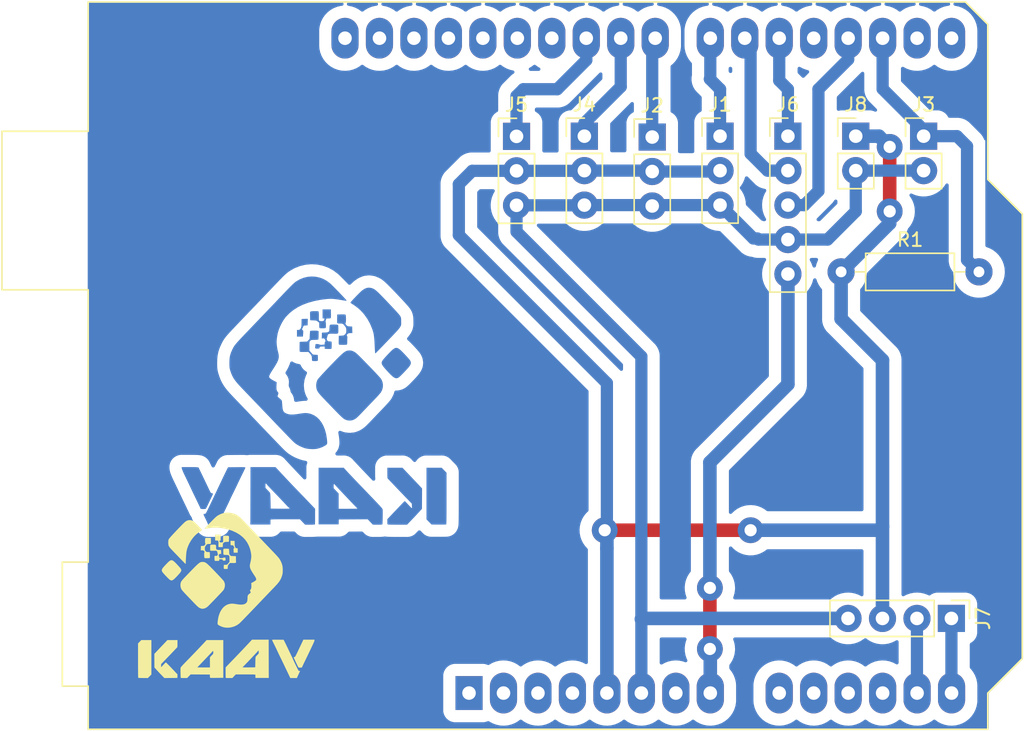
<source format=kicad_pcb>
(kicad_pcb (version 20211014) (generator pcbnew)
  (layers (0 "F.Cu" signal) (31 "B.Cu" signal) (34 "B.Paste" user) (35 "F.Paste" user) (36 "B.SilkS" user "B.Silkscreen") (37 "F.SilkS" user "F.Silkscreen") (38 "B.Mask" user) (39 "F.Mask" user) (44 "Edge.Cuts" user))
  (net 0 "")
  (net 5 "+5V")
  (net 6 "+5VD")
  (net 11 "SDA")
  (net 12 "SCL")
  (net 15 "D2")
  (net 16 "D3")
  (net 17 "D7")
  (net 18 "D8")
  (net 19 "D9")
  (net 20 "D10")
  (net 21 "D11")
  (net 27 "GND")
  (net 28 "D5")
  (net 29 "D6")
  (footprint "Connector_PinHeader_2.54mm:PinHeader_1x03_P2.54mm_Vertical" (layer "F.Cu") (at 133.1 84.585)
    (fp_text reference "J5" (at 0 -2.33) (layer "F.SilkS"))
    (fp_text value "Servo B")
    (pad "1" thru_hole rect (at 0 0) (size 2 2) (drill 1) (layers *.Cu *.Mask) (net 20 "D10"))
    (pad "2" thru_hole circle (at 0 2.54) (size 2 2) (drill 1) (layers *.Cu *.Mask) (net 5 "+5V"))
    (pad "3" thru_hole circle (at 0 5.08) (size 2 2) (drill 1) (layers *.Cu *.Mask) (net 27 "GND"))
  )
  (footprint "LOGO_KAV.id:LOGO_KAAV3" (layer "F.Cu") (at 118.35 103.61)
    (fp_text reference "G***" hide)
    (fp_text value "LOGO" hide)
    (fp_poly (pts (xy 0.45734 -5.617082) (xy 0.533564 -5.609732) (xy 0.583827 -5.602581) (xy 0.603687 -5.586499) (xy 0.596226 -5.550313) (xy 0.567105 -5.488088) (xy 0.54268 -5.443077) (xy 0.516515 -5.418549) (xy 0.474589 -5.408315) (xy 0.402884 -5.406186) (xy 0.381588 -5.40619) (xy 0.290186 -5.411389) (xy 0.226147 -5.425317) (xy 0.2062 -5.436684) (xy 0.19231 -5.466013) (xy 0.184254 -5.524141) (xy 0.181579 -5.61716) (xy 0.183553 -5.741389) (xy 0.184627 -5.861809) (xy 0.181301 -5.967019) (xy 0.174153 -6.045557) (xy 0.166544 -6.080286) (xy 0.141881 -6.144783) (xy -0.123931 -6.144783) (xy -0.270738 -6.141748) (xy -0.371715 -6.132664) (xy -0.426536 -6.117562) (xy -0.430148 -6.115237) (xy -0.446817 -6.097687) (xy -0.457811 -6.068556) (xy -0.463951 -6.019737) (xy -0.466057 -5.943122) (xy -0.464948 -5.830605) (xy -0.463947 -5.781027) (xy -0.457341 -5.476361) (xy -0.222209 -5.464635) (xy -0.113884 -5.458459) (xy -0.040035 -5.450546) (xy 0.011735 -5.437411) (xy 0.053823 -5.415569) (xy 0.098627 -5.381537) (xy 0.111578 -5.370821) (xy 0.210234 -5.288735) (xy 0.210657 -5.097753) (xy 0.212739 -4.998365) (xy 0.219549 -4.936754) (xy 0.232736 -4.903892) (xy 0.248178 -4.892536) (xy 0.290398 -4.885849) (xy 0.364086 -4.882142) (xy 0.453899 -4.881344) (xy 0.5445 -4.883384) (xy 0.620546 -4.88819) (xy 0.662557 -4.894468) (xy 0.683006 -4.906296) (xy 0.695408 -4.93496) (xy 0.701636 -4.989903) (xy 0.703565 -5.080572) (xy 0.703601 -5.1013) (xy 0.701226 -5.199526) (xy 0.694926 -5.285239) (xy 0.685931 -5.343194) (xy 0.683352 -5.351704) (xy 0.677923 -5.415413) (xy 0.704187 -5.501781) (xy 0.705844 -5.505678) (xy 0.748584 -5.605355) (xy 0.884403 -5.605714) (xy 0.963687 -5.609041) (xy 1.025744 -5.617245) (xy 1.050247 -5.625126) (xy 1.063032 -5.646382) (xy 1.071117 -5.694625) (xy 1.07491 -5.775638) (xy 1.074815 -5.895204) (xy 1.0737 -5.958978) (xy 1.067128 -6.273776) (xy 0.45734 -6.273776)) (layer "B.Cu") (width 0) (fill solid))
    (fp_poly (pts (xy 3.71748 -7.85849) (xy 3.553147 -7.793261) (xy 3.38433 -7.682526) (xy 3.369753 -7.671082) (xy 3.313041 -7.6221) (xy 3.236195 -7.550161) (xy 3.144496 -7.460763) (xy 3.043226 -7.359407) (xy 2.937663 -7.251593) (xy 2.833091 -7.142821) (xy 2.734787 -7.038592) (xy 2.648035 -6.944406) (xy 2.578113 -6.865762) (xy 2.530302 -6.808161) (xy 2.509884 -6.777104) (xy 2.50951 -6.775074) (xy 2.527754 -6.752229) (xy 2.574319 -6.715946) (xy 2.609187 -6.692904) (xy 2.853527 -6.531435) (xy 3.063063 -6.372255) (xy 3.248455 -6.206115) (xy 3.420366 -6.02377) (xy 3.524186 -5.899361) (xy 3.759036 -5.570662) (xy 3.954005 -5.219843) (xy 4.110797 -4.843585) (xy 4.184562 -4.613619) (xy 4.209829 -4.513701) (xy 4.231537 -4.399078) (xy 4.250231 -4.264379) (xy 4.266454 -4.104235) (xy 4.280752 -3.913276) (xy 4.293668 -3.686135) (xy 4.305711 -3.418328) (xy 4.312019 -3.288536) (xy 4.319411 -3.17683) (xy 4.327221 -3.090876) (xy 4.334779 -3.038342) (xy 4.339922 -3.025484) (xy 4.360063 -3.041775) (xy 4.408551 -3.087943) (xy 4.481344 -3.159933) (xy 4.574405 -3.253692) (xy 4.683692 -3.365164) (xy 4.805167 -3.490294) (xy 4.870351 -3.557897) (xy 5.113365 -3.810272) (xy 5.326178 -4.031171) (xy 5.510783 -4.22323) (xy 5.669174 -4.389086) (xy 5.803345 -4.531376) (xy 5.915289 -4.652737) (xy 6.006999 -4.755806) (xy 6.08047 -4.84322) (xy 6.137694 -4.917616) (xy 6.180666 -4.981631) (xy 6.211378 -5.037902) (xy 6.231825 -5.089066) (xy 6.244 -5.137759) (xy 6.249896 -5.186619) (xy 6.251507 -5.238283) (xy 6.250827 -5.295387) (xy 6.249849 -5.360569) (xy 6.249796 -5.382548) (xy 6.248516 -5.506043) (xy 6.242924 -5.59537) (xy 6.231283 -5.663195) (xy 6.211854 -5.722188) (xy 6.199195 -5.751208) (xy 6.167238 -5.803) (xy 6.106399 -5.881878) (xy 6.015692 -5.988976) (xy 5.89413 -6.125431) (xy 5.740729 -6.292375) (xy 5.57768 -6.466399) (xy 5.348601 -6.708722) (xy 5.14878 -6.918962) (xy 4.975716 -7.099556) (xy 4.826911 -7.252942) (xy 4.699861 -7.381554) (xy 4.592067 -7.487832) (xy 4.501028 -7.57421) (xy 4.424243 -7.643125) (xy 4.359212 -7.697015) (xy 4.303433 -7.738316) (xy 4.254406 -7.769465) (xy 4.222914 -7.786459) (xy 4.048429 -7.854557) (xy 3.881262 -7.878744)) (layer "B.Cu") (width 0) (fill solid))
    (fp_poly (pts (xy 1.150525 -5.156209) (xy 1.068528 -5.150255) (xy 1.016988 -5.140826) (xy 1.009647 -5.137496) (xy 0.991334 -5.110029) (xy 0.978147 -5.05051) (xy 0.969024 -4.952971) (xy 0.965788 -4.891187) (xy 0.9604 -4.786159) (xy 0.95338 -4.717369) (xy 0.941821 -4.674164) (xy 0.922816 -4.645893) (xy 0.893458 -4.621904) (xy 0.892011 -4.620871) (xy 0.845636 -4.59642) (xy 0.781918 -4.580735) (xy 0.689398 -4.571616) (xy 0.619249 -4.568509) (xy 0.410434 -4.56168) (xy 0.403653 -4.341964) (xy 0.396873 -4.122247) (xy 0.458418 -4.137694) (xy 0.535949 -4.144287) (xy 0.593343 -4.115045) (xy 0.63996 -4.044743) (xy 0.645228 -4.0334) (xy 0.670059 -3.973169) (xy 0.674253 -3.937318) (xy 0.658237 -3.908316) (xy 0.648553 -3.897222) (xy 0.622004 -3.844891) (xy 0.609865 -3.775586) (xy 0.609787 -3.770149) (xy 0.609787 -3.685912) (xy 0.455853 -3.669427) (xy 0.355261 -3.662768) (xy 0.281261 -3.669729) (xy 0.215052 -3.692116) (xy 0.213797 -3.69268) (xy 0.125626 -3.718603) (xy 0.035325 -3.725028) (xy 0.03352 -3.724888) (xy -0.058634 -3.717359) (xy -0.078843 -3.582789) (xy -0.090938 -3.484151) (xy -0.086864 -3.423097) (xy -0.060237 -3.391337) (xy -0.00467 -3.380579) (xy 0.075774 -3.382021) (xy 0.156031 -3.387025) (xy 0.20114 -3.396154) (xy 0.222833 -3.415123) (xy 0.232843 -3.449647) (xy 0.234552 -3.459372) (xy 0.242268 -3.494875) (xy 0.25732 -3.516253) (xy 0.290123 -3.527689) (xy 0.351093 -3.533365) (xy 0.426714 -3.536555) (xy 0.606841 -3.543379) (xy 0.614177 -3.454468) (xy 0.621514 -3.365558) (xy 0.860032 -3.358895) (xy 0.96097 -3.357907) (xy 1.043268 -3.360547) (xy 1.096423 -3.366279) (xy 1.110598 -3.371725) (xy 1.118041 -3.406288) (xy 1.123747 -3.474781) (xy 1.127542 -3.564469) (xy 1.129253 -3.662615) (xy 1.128707 -3.756487) (xy 1.12573 -3.833348) (xy 1.12015 -3.880464) (xy 1.117621 -3.887456) (xy 1.083188 -3.905529) (xy 1.014259 -3.915513) (xy 0.974247 -3.916712) (xy 0.899829 -3.918967) (xy 0.855438 -3.93115) (xy 0.824228 -3.961388) (xy 0.79909 -4.001226) (xy 0.767675 -4.065386) (xy 0.762922 -4.117627) (xy 0.773307 -4.159536) (xy 0.794924 -4.231851) (xy 0.817596 -4.316319) (xy 0.821651 -4.332611) (xy 0.840521 -4.392832) (xy 0.867895 -4.435393) (xy 0.911204 -4.462986) (xy 0.977879 -4.478305) (xy 1.075352 -4.484043) (xy 1.211052 -4.482893) (xy 1.2347 -4.482305) (xy 1.377 -4.478238) (xy 1.479064 -4.478406) (xy 1.547539 -4.488466) (xy 1.589075 -4.514076) (xy 1.610319 -4.560892) (xy 1.617919 -4.634572) (xy 1.618525 -4.740772) (xy 1.618282 -4.808696) (xy 1.617701 -4.933862) (xy 1.615208 -5.02024) (xy 1.609676 -5.075943) (xy 1.59998 -5.109082) (xy 1.584992 -5.127771) (xy 1.572917 -5.135462) (xy 1.529111 -5.146194) (xy 1.45227 -5.153681) (xy 1.355094 -5.157876) (xy 1.250279 -5.158734)) (layer "B.Cu") (width 0) (fill solid))
    (fp_poly (pts (xy 2.374658 -3.245247) (xy 2.313025 -3.238107) (xy 2.252098 -3.223779) (xy 2.189233 -3.200066) (xy 2.121782 -3.164768) (xy 2.047102 -3.115685) (xy 1.962545 -3.050617) (xy 1.865466 -2.967366) (xy 1.75322 -2.863732) (xy 1.623161 -2.737515) (xy 1.472643 -2.586515) (xy 1.29902 -2.408535) (xy 1.099647 -2.201373) (xy 0.871879 -1.962831) (xy 0.786217 -1.87284) (xy 0.596412 -1.672217) (xy 0.438391 -1.502679) (xy 0.310528 -1.362388) (xy 0.211197 -1.249503) (xy 0.138773 -1.162185) (xy 0.091629 -1.098595) (xy 0.071084 -1.063699) (xy 0.007614 -0.881496) (xy -0.018138 -0.69136) (xy -0.005686 -0.516632) (xy 0.010325 -0.437955) (xy 0.029163 -0.367564) (xy 0.054078 -0.30095) (xy 0.088319 -0.233609) (xy 0.135139 -0.161032) (xy 0.197786 -0.078713) (xy 0.279512 0.017855) (xy 0.383566 0.133178) (xy 0.513198 0.271763) (xy 0.67166 0.438118) (xy 0.71709 0.485543) (xy 0.948078 0.726291) (xy 1.14926 0.935401) (xy 1.323099 1.115279) (xy 1.472058 1.26833) (xy 1.598599 1.39696) (xy 1.705185 1.503573) (xy 1.79428 1.590575) (xy 1.868347 1.660372) (xy 1.929847 1.71537) (xy 1.981245 1.757973) (xy 2.025003 1.790587) (xy 2.063584 1.815617) (xy 2.099076 1.835277) (xy 2.268261 1.898262) (xy 2.444861 1.921046) (xy 2.618033 1.90305) (xy 2.724775 1.868723) (xy 2.788451 1.839948) (xy 2.847648 1.807796) (xy 2.907349 1.767958) (xy 2.972539 1.716125) (xy 3.048202 1.647987) (xy 3.139322 1.559235) (xy 3.250884 1.44556) (xy 3.387873 1.302652) (xy 3.426575 1.261959) (xy 3.559731 1.122173) (xy 3.714365 0.960438) (xy 3.879265 0.788441) (xy 4.043219 0.617874) (xy 4.195013 0.460426) (xy 4.2428 0.410989) (xy 4.364206 0.283808) (xy 4.479395 0.159999) (xy 4.582793 0.045794) (xy 4.668828 -0.052572) (xy 4.731927 -0.128866) (xy 4.762305 -0.170063) (xy 4.850729 -0.346106) (xy 4.898764 -0.535163) (xy 4.906435 -0.72883) (xy 4.873768 -0.918705) (xy 4.800791 -1.096383) (xy 4.759203 -1.163786) (xy 4.720945 -1.212132) (xy 4.652341 -1.29071) (xy 4.556196 -1.396564) (xy 4.435317 -1.526739) (xy 4.292508 -1.678282) (xy 4.130575 -1.848238) (xy 3.952323 -2.033652) (xy 3.760557 -2.23157) (xy 3.558083 -2.439037) (xy 3.347705 -2.653099) (xy 3.279016 -2.722668) (xy 3.15178 -2.850204) (xy 3.050315 -2.948637) (xy 2.968453 -3.023213) (xy 2.900023 -3.079181) (xy 2.838857 -3.121788) (xy 2.778785 -3.156282) (xy 2.755105 -3.168282) (xy 2.657178 -3.21268) (xy 2.577643 -3.237008) (xy 2.495432 -3.24655) (xy 2.439643 -3.247401)) (layer "B.Cu") (width 0) (fill solid))
    (fp_poly (pts (xy -0.861082 -5.576898) (xy -1.090582 -5.570175) (xy -1.092385 -5.288735) (xy -1.09467 -5.15813) (xy -1.10057 -5.062855) (xy -1.111582 -4.99138) (xy -1.129198 -4.932178) (xy -1.14287 -4.899277) (xy -1.185104 -4.821368) (xy -1.232517 -4.779226) (xy -1.300238 -4.762778) (xy -1.350487 -4.761034) (xy -1.430656 -4.761034) (xy -1.430656 -4.268513) (xy -0.991092 -4.268513) (xy -0.974154 -4.485037) (xy -0.966881 -4.587444) (xy -0.965355 -4.653429) (xy -0.970901 -4.693269) (xy -0.984847 -4.717239) (xy -1.006309 -4.734158) (xy -1.041852 -4.767681) (xy -1.051385 -4.810413) (xy -1.034237 -4.871858) (xy -0.990358 -4.960387) (xy -0.926409 -5.077654) (xy -0.785688 -5.089381) (xy -0.644968 -5.101108) (xy -0.631582 -5.58362)) (layer "B.Cu") (width 0) (fill solid))
    (fp_poly (pts (xy -5.754905 5.351832) (xy -5.869206 5.352855) (xy -6.508311 5.359096) (xy -6.615088 5.570176) (xy -6.673495 5.687455) (xy -6.749442 5.842889) (xy -6.840805 6.032045) (xy -6.945461 6.250493) (xy -7.061287 6.493799) (xy -7.18616 6.757533) (xy -7.317368 7.036012) (xy -7.45817 7.335128) (xy -7.588619 7.611386) (xy -7.707466 7.862176) (xy -7.813466 8.084889) (xy -7.90537 8.276917) (xy -7.981933 8.43565) (xy -8.041907 8.55848) (xy -8.084045 8.642797) (xy -8.099038 8.67157) (xy -8.138946 8.741102) (xy -8.17103 8.778159) (xy -8.20732 8.792763) (xy -8.247202 8.795014) (xy -8.283379 8.796021) (xy -8.306334 8.80301) (xy -8.314843 8.821937) (xy -8.307683 8.858755) (xy -8.283628 8.919419) (xy -8.241455 9.009885) (xy -8.179939 9.136106) (xy -8.175004 9.146175) (xy -8.122317 9.255289) (xy -8.073373 9.359533) (xy -8.03431 9.445669) (xy -8.014258 9.492752) (xy -7.974526 9.592429) (xy -7.628399 9.59207) (xy -7.504333 9.590825) (xy -7.396246 9.587641) (xy -7.313168 9.582946) (xy -7.264125 9.577165) (xy -7.255791 9.57448) (xy -7.241893 9.551477) (xy -7.210313 9.491459) (xy -7.163632 9.399717) (xy -7.104429 9.281544) (xy -7.035281 9.142229) (xy -6.958768 8.987064) (xy -6.87747 8.821341) (xy -6.793964 8.65035) (xy -6.710831 8.479384) (xy -6.630648 8.313732) (xy -6.555994 8.158686) (xy -6.48945 8.019538) (xy -6.433593 7.901579) (xy -6.391003 7.810099) (xy -6.364258 7.750391) (xy -6.355864 7.72809) (xy -6.345898 7.704879) (xy -6.318047 7.646033) (xy -6.275381 7.557878) (xy -6.22097 7.446746) (xy -6.157883 7.318964) (xy -6.13711 7.277094) (xy -6.06232 7.125531) (xy -5.98634 6.969828) (xy -5.914745 6.821528) (xy -5.853108 6.692177) (xy -5.807379 6.594142) (xy -5.762299 6.497585) (xy -5.701388 6.369927) (xy -5.629876 6.221978) (xy -5.552992 6.064549) (xy -5.475967 5.908449) (xy -5.463251 5.882856) (xy -5.395576 5.745328) (xy -5.335619 5.620697) (xy -5.286399 5.515464) (xy -5.250934 5.436133) (xy -5.232239 5.389207) (xy -5.230102 5.38035) (xy -5.235942 5.370231) (xy -5.25671 5.362476) (xy -5.297275 5.356876) (xy -5.362507 5.353221) (xy -5.457277 5.351302) (xy -5.586453 5.350908)) (layer "B.Cu") (width 0) (fill solid))
    (fp_poly (pts (xy -0.219102 -4.709246) (xy -0.315871 -4.706078) (xy -0.395577 -4.700317) (xy -0.446271 -4.692093) (xy -0.456938 -4.687168) (xy -0.463472 -4.65957) (xy -0.470974 -4.594622) (xy -0.478542 -4.501845) (xy -0.485277 -4.390759) (xy -0.485638 -4.383661) (xy -0.500187 -4.094305) (xy -0.588389 -3.999645) (xy -0.676592 -3.904986) (xy -1.231302 -3.881532) (xy -1.237816 -3.531555) (xy -1.238927 -3.376767) (xy -1.235908 -3.26064) (xy -1.228894 -3.185972) (xy -1.219365 -3.156612) (xy -1.184276 -3.145809) (xy -1.107447 -3.138684) (xy -0.993923 -3.135557) (xy -0.892415 -3.135958) (xy -0.590431 -3.140268) (xy -0.482508 -3.02489) (xy -0.406164 -2.9364) (xy -0.359712 -2.859466) (xy -0.336175 -2.776645) (xy -0.328575 -2.670495) (xy -0.328348 -2.639486) (xy -0.325311 -2.551901) (xy -0.314745 -2.501341) (xy -0.294465 -2.478232) (xy -0.291249 -2.476839) (xy -0.243587 -2.468119) (xy -0.168443 -2.463808) (xy -0.081556 -2.463671) (xy 0.001338 -2.467473) (xy 0.064502 -2.474978) (xy 0.088919 -2.482536) (xy 0.104436 -2.508796) (xy 0.112453 -2.566958) (xy 0.113602 -2.663168) (xy 0.112373 -2.710847) (xy 0.10554 -2.919944) (xy -0.073813 -2.931671) (xy -0.253165 -2.943397) (xy -0.38457 -3.090868) (xy -0.515975 -3.238338) (xy -0.515975 -3.567602) (xy -0.51572 -3.697861) (xy -0.51401 -3.789866) (xy -0.509427 -3.852273) (xy -0.500554 -3.893734) (xy -0.485973 -3.922904) (xy -0.464267 -3.948436) (xy -0.451471 -3.961371) (xy -0.420687 -3.989799) (xy -0.389442 -4.008508) (xy -0.347336 -4.019697) (xy -0.283973 -4.025563) (xy -0.188952 -4.028304) (xy -0.130863 -4.029131) (xy -0.001417 -4.032967) (xy 0.085251 -4.040926) (xy 0.13313 -4.053492) (xy 0.144348 -4.0625) (xy 0.151755 -4.096592) (xy 0.157886 -4.167332) (xy 0.162114 -4.264467) (xy 0.16381 -4.377743) (xy 0.163814 -4.380497) (xy 0.164173 -4.668381) (xy 0.099676 -4.693326) (xy 0.05412 -4.701859) (xy -0.022159 -4.707268) (xy -0.117216 -4.709686)) (layer "B.Cu") (width 0) (fill solid))
    (fp_poly (pts (xy -9.915224 5.447046) (xy -9.900433 5.503707) (xy -9.866615 5.59502) (xy -9.816611 5.714138) (xy -9.753261 5.854215) (xy -9.698713 5.968883) (xy -9.618013 6.135901) (xy -9.527701 6.323988) (xy -9.436119 6.515701) (xy -9.351608 6.693594) (xy -9.306207 6.789751) (xy -9.231777 6.94729) (xy -9.149756 7.119889) (xy -9.06788 7.291333) (xy -8.993882 7.445408) (xy -8.959375 7.516806) (xy -8.88837 7.663543) (xy -8.809527 7.826928) (xy -8.731987 7.987991) (xy -8.664892 8.127766) (xy -8.659023 8.140021) (xy -8.517857 8.434889) (xy -8.342979 8.439403) (xy -8.230671 8.437886) (xy -8.163254 8.426279) (xy -8.143816 8.414249) (xy -8.125218 8.382993) (xy -8.091155 8.317978) (xy -8.046053 8.227925) (xy -7.994339 8.121556) (xy -7.979933 8.091413) (xy -7.916055 7.957615) (xy -7.84715 7.813857) (xy -7.781775 7.677964) (xy -7.73134 7.573637) (xy -7.675271 7.455273) (xy -7.64061 7.372198) (xy -7.626713 7.3183) (xy -7.632936 7.287468) (xy -7.658636 7.273591) (xy -7.699397 7.270545) (xy -7.725897 7.26959) (xy -7.748371 7.263092) (xy -7.770379 7.245603) (xy -7.795481 7.211676) (xy -7.827239 7.155862) (xy -7.869214 7.072715) (xy -7.924966 6.956785) (xy -7.979159 6.842521) (xy -8.058266 6.675869) (xy -8.142048 6.500047) (xy -8.227961 6.320332) (xy -8.313463 6.141996) (xy -8.39601 5.970315) (xy -8.473059 5.810563) (xy -8.542068 5.668015) (xy -8.600494 5.547944) (xy -8.645794 5.455626) (xy -8.675424 5.396334) (xy -8.685949 5.376526) (xy -8.703792 5.367104) (xy -8.747025 5.359761) (xy -8.819721 5.354309) (xy -8.925953 5.350559) (xy -9.069791 5.348323) (xy -9.255309 5.347412) (xy -9.315423 5.347369) (xy -9.926876 5.347369)) (layer "B.Cu") (width 0) (fill solid))
    (fp_poly (pts (xy 0.164173 9.568976) (xy 1.639762 9.568976) (xy 1.653462 9.205448) (xy 3.781908 9.19324) (xy 3.973147 9.392834) (xy 4.164386 9.592429) (xy 4.510352 9.592429) (xy 4.655743 9.591262) (xy 4.75916 9.587492) (xy 4.825481 9.580719) (xy 4.859589 9.57054) (xy 4.866469 9.563112) (xy 4.871267 9.527113) (xy 4.875876 9.452846) (xy 4.880141 9.348952) (xy 4.883906 9.224069) (xy 4.887019 9.086836) (xy 4.889323 8.945895) (xy 4.890665 8.809882) (xy 4.89089 8.687439) (xy 4.889844 8.587205) (xy 4.887371 8.517818) (xy 4.885535 8.497272) (xy 4.883392 8.480021) (xy 4.880676 8.463938) (xy 4.875466 8.446912) (xy 4.865838 8.426833) (xy 4.852671 8.406016) (xy 3.025484 8.406016) (xy 3.002995 8.409487) (xy 2.93938 8.412636) (xy 2.840421 8.415348) (xy 2.711899 8.417509) (xy 2.559594 8.419003) (xy 2.389289 8.419716) (xy 2.33361 8.41976) (xy 1.641735 8.41976) (xy 1.641735 7.295259) (xy 1.45704 7.099179) (xy 1.272345 6.9031) (xy 1.272345 6.746749) (xy 1.276151 6.653515) (xy 1.287238 6.601822) (xy 1.29873 6.591893) (xy 1.326719 6.609542) (xy 1.37261 6.653847) (xy 1.41634 6.703296) (xy 1.452535 6.744362) (xy 1.516855 6.814663) (xy 1.604938 6.909599) (xy 1.712424 7.024569) (xy 1.834953 7.154971) (xy 1.968163 7.296206) (xy 2.107692 7.443672) (xy 2.249182 7.592767) (xy 2.38827 7.738892) (xy 2.520595 7.877444) (xy 2.641798 8.003823) (xy 2.747516 8.113429) (xy 2.833389 8.201659) (xy 2.895057 8.263914) (xy 2.902354 8.271125) (xy 2.962024 8.331566) (xy 3.005768 8.37918) (xy 3.025185 8.404761) (xy 3.025484 8.406016) (xy 4.852671 8.406016) (xy 4.849872 8.401591) (xy 4.825643 8.369076) (xy 4.791231 8.327179) (xy 4.744713 8.273789) (xy 4.684166 8.206797) (xy 4.607669 8.124091) (xy 4.513299 8.023564) (xy 4.399133 7.903103) (xy 4.26325 7.760601) (xy 4.103727 7.593945) (xy 3.918642 7.401028) (xy 3.706072 7.179737) (xy 3.464096 6.927965) (xy 3.305279 6.762728) (xy 3.140608 6.591131) (xy 2.975619 6.418721) (xy 2.815369 6.250813) (xy 2.664915 6.092725) (xy 2.529312 5.949773) (xy 2.413617 5.827275) (xy 2.322886 5.730546) (xy 2.288276 5.693306) (xy 2.011699 5.394276) (xy 0.164173 5.394276)) (layer "B.Cu") (width 0) (fill solid))
    (fp_poly (pts (xy 5.230101 5.780343) (xy 5.230617 5.925732) (xy 5.232652 6.031569) (xy 5.236932 6.105202) (xy 5.244188 6.15398) (xy 5.255145 6.185249) (xy 5.270534 6.20636) (xy 5.272518 6.208367) (xy 5.29945 6.236073) (xy 5.35395 6.292987) (xy 5.431369 6.374226) (xy 5.52706 6.474904) (xy 5.636374 6.590136) (xy 5.754663 6.715037) (xy 5.758783 6.719391) (xy 5.906209 6.874655) (xy 6.071454 7.047779) (xy 6.243257 7.227025) (xy 6.410358 7.400655) (xy 6.561496 7.556931) (xy 6.619321 7.616434) (xy 7.036011 8.04441) (xy 7.036331 8.155862) (xy 7.039637 8.235709) (xy 7.047566 8.304287) (xy 7.051412 8.322449) (xy 7.056139 8.360772) (xy 7.040848 8.369532) (xy 7.003587 8.347264) (xy 6.942405 8.292502) (xy 6.855351 8.20378) (xy 6.767267 8.109003) (xy 6.684141 8.019687) (xy 6.611351 7.944283) (xy 6.55504 7.888942) (xy 6.521354 7.859816) (xy 6.515467 7.85688) (xy 6.485936 7.872247) (xy 6.443828 7.909329) (xy 6.442747 7.910445) (xy 6.393979 7.961227) (xy 6.318831 8.039802) (xy 6.222921 8.140269) (xy 6.111865 8.256731) (xy 5.991277 8.383289) (xy 5.866775 8.514042) (xy 5.743975 8.643093) (xy 5.628492 8.764543) (xy 5.525942 8.872492) (xy 5.441941 8.961042) (xy 5.382106 9.024294) (xy 5.364127 9.043395) (xy 5.230101 9.186236) (xy 5.230101 9.375096) (xy 5.231986 9.473823) (xy 5.238747 9.534842) (xy 5.252045 9.567244) (xy 5.267199 9.578193) (xy 5.299394 9.581816) (xy 5.37228 9.585099) (xy 5.47964 9.58792) (xy 5.615259 9.590158) (xy 5.772921 9.591691) (xy 5.946411 9.592396) (xy 5.993387 9.592429) (xy 6.682477 9.592429) (xy 6.960833 9.305125) (xy 7.082327 9.178559) (xy 7.220066 9.033195) (xy 7.35892 8.885107) (xy 7.483758 8.750368) (xy 7.509928 8.721829) (xy 7.780667 8.425836) (xy 7.784853 7.673551) (xy 7.78904 6.921267) (xy 7.606016 6.724409) (xy 7.543944 6.65807) (xy 7.455152 6.563766) (xy 7.345294 6.447476) (xy 7.220028 6.315176) (xy 7.085008 6.172842) (xy 6.945891 6.026452) (xy 6.883564 5.960955) (xy 6.344136 5.394359) (xy 5.787119 5.394317) (xy 5.230101 5.394276)) (layer "B.Cu") (width 0) (fill solid))
    (fp_poly (pts (xy 1.826065 -5.905128) (xy 1.536195 -5.898522) (xy 1.529623 -5.583724) (xy 1.528002 -5.446057) (xy 1.530096 -5.349397) (xy 1.536311 -5.28796) (xy 1.547053 -5.255964) (xy 1.553076 -5.249873) (xy 1.589971 -5.240597) (xy 1.659624 -5.23371) (xy 1.747902 -5.230533) (xy 1.760478 -5.23046) (xy 1.848941 -5.228302) (xy 1.914514 -5.217906) (xy 1.967578 -5.192761) (xy 2.018512 -5.146357) (xy 2.0777 -5.072184) (xy 2.131264 -4.997912) (xy 2.169439 -4.939795) (xy 2.191369 -4.88859) (xy 2.201359 -4.827556) (xy 2.203713 -4.739954) (xy 2.20364 -4.716471) (xy 2.201781 -4.623681) (xy 2.19426 -4.562234) (xy 2.176292 -4.516573) (xy 2.14309 -4.471144) (xy 2.11995 -4.444413) (xy 2.077226 -4.398073) (xy 2.040416 -4.369497) (xy 1.995861 -4.353437) (xy 1.929905 -4.344644) (xy 1.845349 -4.338873) (xy 1.653462 -4.327146) (xy 1.64689 -4.012348) (xy 1.645269 -3.874681) (xy 1.647363 -3.778021) (xy 1.653578 -3.716585) (xy 1.66432 -3.684588) (xy 1.670343 -3.678497) (xy 1.704333 -3.671454) (xy 1.773157 -3.666319) (xy 1.864778 -3.663168) (xy 1.96716 -3.662078) (xy 2.068265 -3.663126) (xy 2.156056 -3.666389) (xy 2.218496 -3.671945) (xy 2.233933 -3.674892) (xy 2.252222 -3.684946) (xy 2.264181 -3.70922) (xy 2.2711 -3.756045) (xy 2.274267 -3.833749) (xy 2.274976 -3.939967) (xy 2.276134 -4.047297) (xy 2.279263 -4.139047) (xy 2.283852 -4.203906) (xy 2.288052 -4.228391) (xy 2.283548 -4.270159) (xy 2.262995 -4.300597) (xy 2.23726 -4.354211) (xy 2.255084 -4.415491) (xy 2.314706 -4.478981) (xy 2.370725 -4.509822) (xy 2.446724 -4.524202) (xy 2.513494 -4.5265) (xy 2.651871 -4.5265) (xy 2.645187 -4.766897) (xy 2.638504 -5.007294) (xy 2.46099 -5.019021) (xy 2.368837 -5.026472) (xy 2.309151 -5.03756) (xy 2.267532 -5.057821) (xy 2.229578 -5.09279) (xy 2.208867 -5.11593) (xy 2.152161 -5.193989) (xy 2.135341 -5.252399) (xy 2.15771 -5.288735) (xy 2.169797 -5.318957) (xy 2.177825 -5.384513) (xy 2.181969 -5.474023) (xy 2.182402 -5.576107) (xy 2.1793 -5.679382) (xy 2.172839 -5.77247) (xy 2.163192 -5.843988) (xy 2.150536 -5.882556) (xy 2.148549 -5.884666) (xy 2.106089 -5.897865) (xy 2.01766 -5.905016) (xy 1.883026 -5.906134)) (layer "B.Cu") (width 0) (fill solid))
    (fp_poly (pts (xy -4.859246 7.399539) (xy -4.85992 7.707092) (xy -4.860595 8.002134) (xy -4.861262 8.281165) (xy -4.861912 8.540688) (xy -4.862534 8.777203) (xy -4.863119 8.987211) (xy -4.863657 9.167214) (xy -4.864138 9.313713) (xy -4.864553 9.423208) (xy -4.864892 9.492202) (xy -4.865109 9.516205) (xy -4.866575 9.580702) (xy -3.389012 9.580702) (xy -3.384568 9.416529) (xy -3.382145 9.330164) (xy -3.380043 9.260786) (xy -3.378715 9.223251) (xy -3.378704 9.223038) (xy -3.368949 9.215884) (xy -3.338238 9.209912) (xy -3.283279 9.205033) (xy -3.200777 9.201158) (xy -3.087439 9.198198) (xy -2.93997 9.196064) (xy -2.755076 9.194667) (xy -2.529463 9.193917) (xy -2.295242 9.193722) (xy -1.213198 9.193722) (xy -1.02219 9.393075) (xy -0.831182 9.592429) (xy -0.478134 9.592429) (xy -0.353918 9.591441) (xy -0.246708 9.588718) (xy -0.165082 9.584625) (xy -0.117616 9.579526) (xy -0.10945 9.576793) (xy -0.105113 9.54993) (xy -0.101238 9.482751) (xy -0.098001 9.381847) (xy -0.095576 9.25381) (xy -0.094139 9.105228) (xy -0.093814 8.988974) (xy -0.093814 8.41679) (xy -0.112279 8.397197) (xy -1.970084 8.397197) (xy -1.993265 8.404333) (xy -2.061782 8.409741) (xy -2.174095 8.413382) (xy -2.328663 8.41522) (xy -2.523946 8.415216) (xy -2.667821 8.414246) (xy -3.365559 8.408034) (xy -3.377286 7.842833) (xy -3.381738 7.655492) (xy -3.386645 7.509856) (xy -3.392399 7.400723) (xy -3.399394 7.322891) (xy -3.408021 7.27116) (xy -3.418673 7.240327) (xy -3.423304 7.233045) (xy -3.454501 7.196308) (xy -3.508523 7.13629) (xy -3.575761 7.063594) (xy -3.605067 7.032429) (xy -3.75254 6.876399) (xy -3.75254 6.70799) (xy -3.749905 6.627282) (xy -3.742951 6.570038) (xy -3.733108 6.547256) (xy -3.731689 6.5474) (xy -3.706415 6.568525) (xy -3.662659 6.615057) (xy -3.623433 6.660758) (xy -3.585227 6.704078) (xy -3.519186 6.775862) (xy -3.430177 6.870949) (xy -3.323069 6.984176) (xy -3.20273 7.110383) (xy -3.074029 7.244408) (xy -3.026179 7.293999) (xy -2.887106 7.438393) (xy -2.746969 7.58471) (xy -2.612299 7.726073) (xy -2.489628 7.855602) (xy -2.385487 7.966418) (xy -2.306407 8.051643) (xy -2.295978 8.063035) (xy -2.211312 8.154144) (xy -2.133569 8.234856) (xy -2.070242 8.297596) (xy -2.028825 8.334788) (xy -2.022854 8.339152) (xy -1.983586 8.372799) (xy -1.970084 8.397197) (xy -0.112279 8.397197) (xy -0.274766 8.224785) (xy -0.334059 8.162289) (xy -0.420759 8.071486) (xy -0.529669 7.957788) (xy -0.655592 7.826613) (xy -0.79333 7.683374) (xy -0.937687 7.533486) (xy -1.055567 7.411265) (xy -1.276429 7.182295) (xy -1.469721 6.981578) (xy -1.640564 6.803732) (xy -1.794081 6.643374) (xy -1.935394 6.495121) (xy -2.069624 6.35359) (xy -2.201895 6.213398) (xy -2.337327 6.069163) (xy -2.481043 5.915501) (xy -2.590092 5.798616) (xy -3.010746 5.347369) (xy -4.854848 5.347369)) (layer "B.Cu") (width 0) (fill solid))
    (fp_poly (pts (xy 8.114866 9.199959) (xy 8.301488 9.390331) (xy 8.48811 9.580702) (xy 9.010952 9.582987) (xy 9.164055 9.583214) (xy 9.30211 9.582578) (xy 9.417961 9.581181) (xy 9.504452 9.579123) (xy 9.554427 9.576507) (xy 9.563111 9.57517) (xy 9.568615 9.56427) (xy 9.573433 9.533923) (xy 9.577604 9.481595) (xy 9.581166 9.404752) (xy 9.584158 9.300864) (xy 9.58662 9.167396) (xy 9.58859 9.001815) (xy 9.590108 8.80159) (xy 9.591211 8.564188) (xy 9.591939 8.287074) (xy 9.59233 7.967718) (xy 9.592428 7.664605) (xy 9.592428 5.764143) (xy 9.412461 5.579209) (xy 9.232493 5.394276) (xy 8.114866 5.394276)) (layer "B.Cu") (width 0) (fill solid))
    (fp_poly (pts (xy -0.65168 -8.673709) (xy -0.940883 -8.604205) (xy -1.222383 -8.491611) (xy -1.465836 -8.353057) (xy -1.518694 -8.316549) (xy -1.574273 -8.274076) (xy -1.635823 -8.222474) (xy -1.706598 -8.15858) (xy -1.78985 -8.079231) (xy -1.888831 -7.981262) (xy -2.006794 -7.861512) (xy -2.14699 -7.716816) (xy -2.312673 -7.544012) (xy -2.502672 -7.344587) (xy -2.579666 -7.263619) (xy -2.653544 -7.185966) (xy -2.726659 -7.10917) (xy -2.801359 -7.030773) (xy -2.879995 -6.948316) (xy -2.964917 -6.859342) (xy -3.058476 -6.76139) (xy -3.163022 -6.652005) (xy -3.280905 -6.528726) (xy -3.414476 -6.389096) (xy -3.566084 -6.230657) (xy -3.738079 -6.05095) (xy -3.932813 -5.847516) (xy -4.152635 -5.617898) (xy -4.399895 -5.359638) (xy -4.676945 -5.070276) (xy -4.715091 -5.030434) (xy -4.951721 -4.783297) (xy -5.158319 -4.567336) (xy -5.337236 -4.379791) (xy -5.490824 -4.217906) (xy -5.621436 -4.078923) (xy -5.731424 -3.960083) (xy -5.82314 -3.858628) (xy -5.898935 -3.7718) (xy -5.961163 -3.696842) (xy -6.012174 -3.630995) (xy -6.054322 -3.571502) (xy -6.089958 -3.515604) (xy -6.121434 -3.460543) (xy -6.151102 -3.403561) (xy -6.181315 -3.341901) (xy -6.214425 -3.272804) (xy -6.214932 -3.271745) (xy -6.292662 -3.093927) (xy -6.34825 -2.925791) (xy -6.38456 -2.753616) (xy -6.40446 -2.563677) (xy -6.410815 -2.342251) (xy -6.410827 -2.33361) (xy -6.410097 -2.190246) (xy -6.406764 -2.081456) (xy -6.399436 -1.994922) (xy -6.386721 -1.918329) (xy -6.367224 -1.839359) (xy -6.347184 -1.770729) (xy -6.292904 -1.604785) (xy -6.23352 -1.453714) (xy -6.164992 -1.311477) (xy -6.083282 -1.172037) (xy -5.984351 -1.029354) (xy -5.864161 -0.877389) (xy -5.718674 -0.710105) (xy -5.543851 -0.521462) (xy -5.437049 -0.409855) (xy -5.345225 -0.314536) (xy -5.224803 -0.189269) (xy -5.079585 -0.038022) (xy -4.913375 0.135237) (xy -4.729977 0.326538) (xy -4.533194 0.531915) (xy -4.326829 0.747398) (xy -4.114687 0.969018) (xy -3.900571 1.192809) (xy -3.729086 1.372123) (xy -3.429815 1.685094) (xy -3.161115 1.965995) (xy -2.921168 2.216687) (xy -2.708156 2.439029) (xy -2.520262 2.634883) (xy -2.355666 2.806107) (xy -2.212552 2.954562) (xy -2.089101 3.082108) (xy -1.983495 3.190604) (xy -1.893917 3.281911) (xy -1.818548 3.357889) (xy -1.75557 3.420398) (xy -1.703166 3.471297) (xy -1.659517 3.512447) (xy -1.622806 3.545708) (xy -1.591214 3.572939) (xy -1.562923 3.596001) (xy -1.536116 3.616753) (xy -1.53245 3.619527) (xy -1.367373 3.727906) (xy -1.173967 3.828745) (xy -0.970791 3.913226) (xy -0.804071 3.965638) (xy -0.639221 3.998098) (xy -0.452883 4.017957) (xy -0.262393 4.024493) (xy -0.085086 4.016988) (xy 0.03518 4.000478) (xy 0.252626 3.943791) (xy 0.459993 3.863955) (xy 0.642851 3.767007) (xy 0.721191 3.713543) (xy 0.757375 3.680975) (xy 0.781753 3.641802) (xy 0.795102 3.588483) (xy 0.798198 3.513475) (xy 0.791818 3.409235) (xy 0.776738 3.268221) (xy 0.771517 3.224839) (xy 0.714685 2.891707) (xy 0.62967 2.585257) (xy 0.518102 2.307783) (xy 0.381611 2.061581) (xy 0.221824 1.848943) (xy 0.040373 1.672165) (xy -0.161114 1.53354) (xy -0.381008 1.435363) (xy -0.527701 1.395428) (xy -0.63693 1.37562) (xy -0.738968 1.365096) (xy -0.844618 1.364196) (xy -0.964683 1.373258) (xy -1.109965 1.392623) (xy -1.268839 1.418731) (xy -1.510067 1.455064) (xy -1.713229 1.473445) (xy -1.883562 1.473953) (xy -2.026303 1.456668) (xy -2.119766 1.431607) (xy -2.243978 1.382842) (xy -2.337799 1.328572) (xy -2.405973 1.261314) (xy -2.453248 1.173584) (xy -2.484369 1.057899) (xy -2.504082 0.906776) (xy -2.511227 0.814317) (xy -2.519978 0.694285) (xy -2.529254 0.587736) (xy -2.538031 0.505252) (xy -2.545282 0.457415) (xy -2.546181 0.453859) (xy -2.570575 0.415963) (xy -2.622414 0.36034) (xy -2.691671 0.297476) (xy -2.710978 0.281497) (xy -2.780329 0.222666) (xy -2.832756 0.17331) (xy -2.859563 0.141793) (xy -2.861312 0.136939) (xy -2.854482 0.103137) (xy -2.837033 0.041616) (xy -2.823604 -0.00093) (xy -2.802601 -0.069654) (xy -2.798583 -0.112274) (xy -2.813774 -0.147206) (xy -2.846156 -0.187829) (xy -2.895404 -0.25943) (xy -2.926986 -0.341234) (xy -2.942812 -0.443086) (xy -2.944791 -0.574833) (xy -2.940125 -0.672348) (xy -2.925014 -0.91081) (xy -3.112271 -1.004961) (xy -3.265947 -1.089558) (xy -3.380988 -1.168941) (xy -3.454421 -1.240943) (xy -3.471079 -1.266444) (xy -3.480154 -1.317398) (xy -3.46364 -1.391849) (xy -3.420311 -1.492473) (xy -3.348937 -1.621945) (xy -3.248292 -1.782941) (xy -3.201557 -1.85378) (xy -3.118226 -1.982057) (xy -3.03513 -2.116027) (xy -2.960038 -2.242762) (xy -2.900718 -2.349334) (xy -2.882427 -2.384869) (xy -2.807632 -2.563535) (xy -2.770625 -2.728757) (xy -2.770207 -2.89317) (xy -2.805176 -3.06941) (xy -2.81439 -3.10092) (xy -2.854687 -3.25902) (xy -2.889251 -3.442597) (xy -2.91502 -3.631379) (xy -2.928933 -3.805094) (xy -2.930507 -3.869806) (xy -2.924445 -4.002562) (xy -2.907434 -4.162747) (xy -2.881962 -4.332847) (xy -2.850514 -4.495348) (xy -2.828965 -4.585133) (xy -2.757019 -4.809944) (xy -2.659279 -5.045287) (xy -2.542672 -5.27764) (xy -2.414125 -5.493482) (xy -2.280565 -5.67929) (xy -2.248822 -5.717577) (xy -1.988615 -5.98675) (xy -1.694166 -6.225944) (xy -1.365045 -6.435353) (xy -1.00082 -6.615172) (xy -0.601061 -6.765595) (xy -0.165336 -6.886817) (xy 0.306785 -6.979034) (xy 0.644967 -7.024834) (xy 0.813931 -7.041726) (xy 0.965483 -7.050943) (xy 1.110257 -7.051954) (xy 1.258889 -7.044228) (xy 1.422013 -7.027233) (xy 1.610266 -7.00044) (xy 1.816928 -6.96631) (xy 1.947566 -6.944454) (xy 2.061341 -6.92663) (xy 2.150562 -6.913944) (xy 2.207537 -6.907502) (xy 2.22477 -6.907626) (xy 2.218065 -6.930306) (xy 2.189454 -6.975342) (xy 2.175336 -6.994329) (xy 2.135585 -7.041165) (xy 2.067901 -7.115735) (xy 1.977539 -7.212624) (xy 1.869752 -7.326417) (xy 1.749796 -7.451697) (xy 1.622924 -7.583051) (xy 1.494392 -7.715063) (xy 1.369453 -7.842319) (xy 1.253361 -7.959402) (xy 1.151373 -8.060898) (xy 1.06874 -8.141391) (xy 1.010719 -8.195467) (xy 1.004821 -8.200655) (xy 0.759578 -8.384134) (xy 0.496273 -8.526112) (xy 0.219201 -8.626323) (xy -0.067345 -8.684503) (xy -0.35907 -8.700387)) (layer "B.Cu") (width 0) (fill solid))
    (fp_poly (pts (xy 5.827959 -3.433565) (xy 5.734152 -3.392347) (xy 5.630046 -3.317419) (xy 5.509995 -3.208527) (xy 5.368354 -3.065419) (xy 5.24045 -2.931142) (xy 5.141117 -2.824309) (xy 5.047758 -2.720406) (xy 4.967567 -2.627699) (xy 4.907734 -2.554453) (xy 4.881424 -2.518595) (xy 4.838412 -2.444496) (xy 4.814397 -2.375085) (xy 4.811536 -2.305112) (xy 4.831985 -2.22933) (xy 4.877901 -2.14249) (xy 4.95144 -2.039345) (xy 5.054759 -1.914647) (xy 5.190015 -1.763147) (xy 5.193394 -1.759442) (xy 5.350988 -1.589672) (xy 5.483701 -1.454225) (xy 5.595512 -1.350445) (xy 5.690399 -1.275679) (xy 5.772344 -1.227272) (xy 5.845324 -1.202571) (xy 5.913321 -1.198921) (xy 5.980312 -1.213667) (xy 6.00047 -1.221146) (xy 6.034002 -1.236481) (xy 6.069019 -1.257797) (xy 6.110105 -1.289299) (xy 6.161844 -1.335198) (xy 6.22882 -1.399701) (xy 6.315617 -1.487016) (xy 6.426819 -1.601352) (xy 6.520543 -1.698581) (xy 6.66821 -1.855033) (xy 6.783284 -1.985097) (xy 6.868145 -2.093649) (xy 6.925169 -2.185564) (xy 6.956736 -2.265715) (xy 6.965224 -2.338978) (xy 6.95301 -2.410226) (xy 6.922475 -2.484336) (xy 6.91288 -2.502724) (xy 6.881323 -2.548233) (xy 6.822475 -2.620841) (xy 6.7419 -2.714167) (xy 6.645159 -2.821832) (xy 6.537815 -2.937453) (xy 6.49067 -2.987098) (xy 6.340102 -3.142838) (xy 6.213107 -3.266384) (xy 6.104041 -3.357482) (xy 6.007258 -3.41588) (xy 5.917112 -3.441325)) (layer "B.Cu") (width 0) (fill solid))
  )
  (footprint "Connector_PinHeader_2.54mm:PinHeader_1x03_P2.54mm_Vertical" (layer "F.Cu") (at 148.1 84.57)
    (fp_text reference "J1" (at 0 -2.33) (layer "F.SilkS"))
    (fp_text value "Proximity_1")
    (pad "1" thru_hole rect (at 0 0) (size 2 2) (drill 1) (layers *.Cu *.Mask) (net 17 "D7"))
    (pad "2" thru_hole circle (at 0 2.54) (size 2 2) (drill 1) (layers *.Cu *.Mask) (net 5 "+5V"))
    (pad "3" thru_hole circle (at 0 5.08) (size 2 2) (drill 1) (layers *.Cu *.Mask) (net 27 "GND"))
  )
  (footprint "Connector_PinHeader_2.54mm:PinHeader_1x02_P2.54mm_Vertical" (layer "F.Cu") (at 158.1 84.57)
    (fp_text reference "J8" (at 0 -2.33) (layer "F.SilkS"))
    (fp_text value "LED")
    (pad "1" thru_hole rect (at 0 0) (size 2 2) (drill 1) (layers *.Cu *.Mask) (net 5 "+5V"))
    (pad "2" thru_hole circle (at 0 2.54) (size 2 2) (drill 1) (layers *.Cu *.Mask) (net 27 "GND"))
  )
  (footprint "Resistor_THT:R_Axial_DIN0207_L6.3mm_D2.5mm_P10.16mm_Horizontal" (layer "F.Cu") (at 157.02 94.57)
    (fp_text reference "R1" (at 5.08 -2.37) (layer "F.SilkS"))
    (fp_text value "R" hide)
    (pad "1" thru_hole circle (at 0 0) (size 2 2) (drill 0.8) (layers *.Cu *.Mask) (net 5 "+5V"))
    (pad "2" thru_hole circle (at 10.16 0) (size 2 2) (drill 0.8) (layers *.Cu *.Mask) (net 15 "D2"))
  )
  (footprint "Module:Arduino_UNO_R3" (layer "F.Cu") (at 129.6 79.61)
    (fp_text reference "A1" hide)
    (fp_text value "Arduino_UNO_R3" hide)
    (pad "1" thru_hole rect (at 0 46 90) (size 2.5 2) (drill 1) (layers *.Cu *.Mask))
    (pad "2" thru_hole oval (at 2.54 46 90) (size 3 2) (drill 1) (layers *.Cu *.Mask))
    (pad "3" thru_hole oval (at 5.08 46 90) (size 3 2) (drill 1) (layers *.Cu *.Mask))
    (pad "4" thru_hole oval (at 7.62 46 90) (size 3 2) (drill 1) (layers *.Cu *.Mask))
    (pad "5" thru_hole oval (at 10.16 46 90) (size 3 2) (drill 1) (layers *.Cu *.Mask) (net 5 "+5V"))
    (pad "6" thru_hole oval (at 12.7 46 90) (size 3 2) (drill 1) (layers *.Cu *.Mask) (net 27 "GND"))
    (pad "7" thru_hole oval (at 15.24 46 90) (size 3 2) (drill 1) (layers *.Cu *.Mask))
    (pad "8" thru_hole oval (at 17.78 46 90) (size 3 2) (drill 1) (layers *.Cu *.Mask) (net 6 "+5VD"))
    (pad "9" thru_hole oval (at 22.86 46 90) (size 3 2) (drill 1) (layers *.Cu *.Mask))
    (pad "10" thru_hole oval (at 25.4 46 90) (size 3 2) (drill 1) (layers *.Cu *.Mask))
    (pad "11" thru_hole oval (at 27.94 46 90) (size 3 2) (drill 1) (layers *.Cu *.Mask))
    (pad "12" thru_hole oval (at 30.48 46 90) (size 3 2) (drill 1) (layers *.Cu *.Mask))
    (pad "13" thru_hole oval (at 33.02 46 90) (size 3 2) (drill 1) (layers *.Cu *.Mask) (net 11 "SDA"))
    (pad "14" thru_hole oval (at 35.56 46 90) (size 3 2) (drill 1) (layers *.Cu *.Mask) (net 12 "SCL"))
    (pad "15" thru_hole oval (at 35.56 -2.26 90) (size 3 2) (drill 1) (layers *.Cu *.Mask))
    (pad "16" thru_hole oval (at 33.02 -2.26 90) (size 3 2) (drill 1) (layers *.Cu *.Mask))
    (pad "17" thru_hole oval (at 30.48 -2.26 90) (size 3 2) (drill 1) (layers *.Cu *.Mask) (net 15 "D2"))
    (pad "18" thru_hole oval (at 27.94 -2.26 90) (size 3 2) (drill 1) (layers *.Cu *.Mask) (net 16 "D3"))
    (pad "19" thru_hole oval (at 25.4 -2.26 90) (size 3 2) (drill 1) (layers *.Cu *.Mask))
    (pad "20" thru_hole oval (at 22.86 -2.26 90) (size 3 2) (drill 1) (layers *.Cu *.Mask) (net 28 "D5"))
    (pad "21" thru_hole oval (at 20.32 -2.26 90) (size 3 2) (drill 1) (layers *.Cu *.Mask) (net 29 "D6"))
    (pad "22" thru_hole oval (at 17.78 -2.26 90) (size 3 2) (drill 1) (layers *.Cu *.Mask) (net 17 "D7"))
    (pad "23" thru_hole oval (at 13.72 -2.26 90) (size 3 2) (drill 1) (layers *.Cu *.Mask) (net 18 "D8"))
    (pad "24" thru_hole oval (at 11.18 -2.26 90) (size 3 2) (drill 1) (layers *.Cu *.Mask) (net 19 "D9"))
    (pad "25" thru_hole oval (at 8.64 -2.26 90) (size 3 2) (drill 1) (layers *.Cu *.Mask) (net 20 "D10"))
    (pad "26" thru_hole oval (at 6.1 -2.26 90) (size 3 2) (drill 1) (layers *.Cu *.Mask) (net 21 "D11"))
    (pad "27" thru_hole oval (at 3.56 -2.26 90) (size 3 2) (drill 1) (layers *.Cu *.Mask))
    (pad "28" thru_hole oval (at 1.02 -2.26 90) (size 3 2) (drill 1) (layers *.Cu *.Mask))
    (pad "29" thru_hole oval (at -1.52 -2.26 90) (size 3 2) (drill 1) (layers *.Cu *.Mask))
    (pad "30" thru_hole oval (at -4.06 -2.26 90) (size 3 2) (drill 1) (layers *.Cu *.Mask))
    (pad "31" thru_hole oval (at -6.6 -2.26 90) (size 3 2) (drill 1) (layers *.Cu *.Mask))
    (pad "32" thru_hole oval (at -9.14 -2.26 90) (size 3 2) (drill 1) (layers *.Cu *.Mask))
  )
  (footprint "Connector_PinHeader_2.54mm:PinHeader_1x05_P2.54mm_Vertical" (layer "F.Cu") (at 153.1 84.57)
    (fp_text reference "J6" (at 0 -2.33) (layer "F.SilkS"))
    (fp_text value "Driver Motor")
    (pad "1" thru_hole rect (at 0 0) (size 2 2) (drill 1) (layers *.Cu *.Mask) (net 28 "D5"))
    (pad "2" thru_hole circle (at 0 2.54) (size 2 2) (drill 1) (layers *.Cu *.Mask) (net 29 "D6"))
    (pad "3" thru_hole circle (at 0 5.08) (size 2 2) (drill 1) (layers *.Cu *.Mask) (net 16 "D3"))
    (pad "4" thru_hole circle (at 0 7.62) (size 2 2) (drill 1) (layers *.Cu *.Mask) (net 27 "GND"))
    (pad "5" thru_hole circle (at 0 10.16) (size 2 2) (drill 1) (layers *.Cu *.Mask) (net 6 "+5VD"))
  )
  (footprint "LOGO_KAV.id:LOGO_KAV" (layer "F.Cu") (at 111.6 118.11)
    (fp_text reference "G***" hide)
    (fp_text value "LOGO" hide)
  )
  (footprint "Connector_PinHeader_2.54mm:PinHeader_1x03_P2.54mm_Vertical" (layer "F.Cu") (at 143.1 84.635)
    (fp_text reference "J2" (at 0 -2.33) (layer "F.SilkS"))
    (fp_text value "Proximity_2")
    (pad "1" thru_hole rect (at 0 0) (size 2 2) (drill 1) (layers *.Cu *.Mask) (net 18 "D8"))
    (pad "2" thru_hole circle (at 0 2.54) (size 2 2) (drill 1) (layers *.Cu *.Mask) (net 5 "+5V"))
    (pad "3" thru_hole circle (at 0 5.08) (size 2 2) (drill 1) (layers *.Cu *.Mask) (net 27 "GND"))
  )
  (footprint "Connector_PinHeader_2.54mm:PinHeader_1x03_P2.54mm_Vertical" (layer "F.Cu") (at 138.1 84.57)
    (fp_text reference "J4" (at 0 -2.33) (layer "F.SilkS"))
    (fp_text value "Servo A")
    (pad "1" thru_hole rect (at 0 0) (size 2 2) (drill 1) (layers *.Cu *.Mask) (net 19 "D9"))
    (pad "2" thru_hole circle (at 0 2.54) (size 2 2) (drill 1) (layers *.Cu *.Mask) (net 5 "+5V"))
    (pad "3" thru_hole circle (at 0 5.08) (size 2 2) (drill 1) (layers *.Cu *.Mask) (net 27 "GND"))
  )
  (footprint "Connector_PinHeader_2.54mm:PinHeader_1x02_P2.54mm_Vertical" (layer "F.Cu") (at 163.1 84.57)
    (fp_text reference "J3" (at 0 -2.33) (layer "F.SilkS"))
    (fp_text value "PB")
    (pad "1" thru_hole rect (at 0 0) (size 2 2) (drill 1) (layers *.Cu *.Mask) (net 15 "D2"))
    (pad "2" thru_hole circle (at 0 2.54) (size 2 2) (drill 1) (layers *.Cu *.Mask) (net 27 "GND"))
  )
  (footprint "Connector_PinHeader_2.54mm:PinHeader_1x04_P2.54mm_Vertical" (layer "F.Cu") (at 165.15 120.11 -90)
    (fp_text reference "J7" (at 0 -2.33 90) (layer "F.SilkS"))
    (fp_text value "LCD I2C")
    (pad "1" thru_hole rect (at 0 0 270) (size 2 2) (drill 1) (layers *.Cu *.Mask) (net 12 "SCL"))
    (pad "2" thru_hole circle (at 0 2.54 270) (size 2 2) (drill 1) (layers *.Cu *.Mask) (net 11 "SDA"))
    (pad "3" thru_hole circle (at 0 5.08 270) (size 2 2) (drill 1) (layers *.Cu *.Mask) (net 5 "+5V"))
    (pad "4" thru_hole circle (at 0 7.62 270) (size 2 2) (drill 1) (layers *.Cu *.Mask) (net 27 "GND"))
  )
  (segment (start 139.6 113.61) (end 150.35 113.61) (width 1) (layer "F.Cu") (net 5))
  (segment (start 160.6 85.36) (end 160.6 90.11) (width 1) (layer "F.Cu") (net 5))
  (via (at 150.35 113.61) (size 1.9) (drill 0.9) (layers "F.Cu" "B.Cu") (net 5))
  (via (at 139.6 113.61) (size 1.9) (drill 0.9) (layers "F.Cu" "B.Cu") (net 5))
  (via (at 160.6 85.36) (size 1.9) (drill 0.9) (layers "F.Cu" "B.Cu") (net 5))
  (via (at 160.6 90.11) (size 1.9) (drill 0.9) (layers "F.Cu" "B.Cu") (net 5))
  (segment (start 139.76 102.77) (end 139.76 114.95) (width 0.9) (layer "B.Cu") (net 5))
  (segment (start 138.085 87.125) (end 138.1 87.11) (width 0.9) (layer "B.Cu") (net 5))
  (segment (start 160.07 101.08) (end 157.02 98.03) (width 1) (layer "B.Cu") (net 5))
  (segment (start 160.07 120.11) (end 160.07 113.33) (width 1) (layer "B.Cu") (net 5))
  (segment (start 150.35 113.61) (end 159.79 113.61) (width 1) (layer "B.Cu") (net 5))
  (segment (start 143.1 87.175) (end 148.035 87.175) (width 0.9) (layer "B.Cu") (net 5))
  (segment (start 139.76 113.77) (end 139.76 114.95) (width 1) (layer "B.Cu") (net 5))
  (segment (start 143.035 87.11) (end 143.1 87.175) (width 0.9) (layer "B.Cu") (net 5))
  (segment (start 139.6 113.61) (end 139.76 113.77) (width 1) (layer "B.Cu") (net 5))
  (segment (start 159.79 113.61) (end 160.07 113.33) (width 1) (layer "B.Cu") (net 5))
  (segment (start 133.1 87.125) (end 129.835 87.125) (width 0.9) (layer "B.Cu") (net 5))
  (segment (start 160.07 113.33) (end 160.07 101.08) (width 1) (layer "B.Cu") (net 5))
  (segment (start 129.835 87.125) (end 128.85 88.11) (width 0.9) (layer "B.Cu") (net 5))
  (segment (start 148.035 87.175) (end 148.1 87.11) (width 0.9) (layer "B.Cu") (net 5))
  (segment (start 138.1 87.11) (end 143.035 87.11) (width 0.9) (layer "B.Cu") (net 5))
  (segment (start 160.6 90.11) (end 160.6 90.99) (width 1) (layer "B.Cu") (net 5))
  (segment (start 128.85 88.11) (end 128.85 91.86) (width 0.9) (layer "B.Cu") (net 5))
  (segment (start 133.1 87.125) (end 138.085 87.125) (width 0.9) (layer "B.Cu") (net 5))
  (segment (start 159.81 84.57) (end 160.6 85.36) (width 1) (layer "B.Cu") (net 5))
  (segment (start 157.02 98.03) (end 157.02 94.57) (width 1) (layer "B.Cu") (net 5))
  (segment (start 139.76 114.95) (end 139.76 125.61) (width 1) (layer "B.Cu") (net 5))
  (segment (start 128.85 91.86) (end 139.76 102.77) (width 0.9) (layer "B.Cu") (net 5))
  (segment (start 158.1 84.57) (end 159.81 84.57) (width 1) (layer "B.Cu") (net 5))
  (segment (start 160.6 90.99) (end 157.02 94.57) (width 1) (layer "B.Cu") (net 5))
  (segment (start 147.35 117.86) (end 147.35 122.36) (width 1) (layer "F.Cu") (net 6))
  (via (at 147.35 117.86) (size 1.9) (drill 0.9) (layers "F.Cu" "B.Cu") (net 6))
  (via (at 147.35 122.36) (size 1.9) (drill 0.9) (layers "F.Cu" "B.Cu") (net 6))
  (segment (start 147.35 117.86) (end 147.35 108.61) (width 1) (layer "B.Cu") (net 6))
  (segment (start 153.1 102.86) (end 153.1 94.73) (width 1) (layer "B.Cu") (net 6))
  (segment (start 147.38 125.61) (end 147.38 122.39) (width 1) (layer "B.Cu") (net 6))
  (segment (start 147.35 108.61) (end 153.1 102.86) (width 1) (layer "B.Cu") (net 6))
  (segment (start 147.38 122.39) (end 147.35 122.36) (width 1) (layer "B.Cu") (net 6))
  (segment (start 162.61 125.6) (end 162.62 125.61) (width 0.9) (layer "B.Cu") (net 11))
  (segment (start 162.61 120.11) (end 162.61 125.6) (width 0.9) (layer "B.Cu") (net 11))
  (segment (start 165.15 125.6) (end 165.16 125.61) (width 0.9) (layer "B.Cu") (net 12))
  (segment (start 165.15 120.11) (end 165.15 125.6) (width 0.9) (layer "B.Cu") (net 12))
  (segment (start 166.3 93.69) (end 166.3 85.31) (width 0.9) (layer "B.Cu") (net 15))
  (segment (start 160.08 81.09) (end 160.08 77.35) (width 0.9) (layer "B.Cu") (net 15))
  (segment (start 163.1 84.11) (end 160.08 81.09) (width 0.9) (layer "B.Cu") (net 15))
  (segment (start 165.56 84.57) (end 163.1 84.57) (width 0.9) (layer "B.Cu") (net 15))
  (segment (start 163.1 84.57) (end 163.1 84.11) (width 0.9) (layer "B.Cu") (net 15))
  (segment (start 166.3 85.31) (end 165.56 84.57) (width 0.9) (layer "B.Cu") (net 15))
  (segment (start 167.18 94.57) (end 166.3 93.69) (width 0.9) (layer "B.Cu") (net 15))
  (segment (start 157.54 78.92) (end 157.54 77.35) (width 0.9) (layer "B.Cu") (net 16))
  (segment (start 154.31 89.65) (end 155.35 88.61) (width 0.9) (layer "B.Cu") (net 16))
  (segment (start 155.35 81.11) (end 157.54 78.92) (width 0.9) (layer "B.Cu") (net 16))
  (segment (start 153.1 89.65) (end 154.31 89.65) (width 0.9) (layer "B.Cu") (net 16))
  (segment (start 155.35 88.61) (end 155.35 81.11) (width 0.9) (layer "B.Cu") (net 16))
  (segment (start 148.1 81.11) (end 147.35 80.36) (width 0.9) (layer "B.Cu") (net 17))
  (segment (start 147.35 80.36) (end 147.38 80.33) (width 0.9) (layer "B.Cu") (net 17))
  (segment (start 148.1 84.57) (end 148.1 81.11) (width 0.9) (layer "B.Cu") (net 17))
  (segment (start 147.38 80.33) (end 147.38 77.35) (width 0.9) (layer "B.Cu") (net 17))
  (segment (start 143.1 77.57) (end 143.32 77.35) (width 0.9) (layer "B.Cu") (net 18))
  (segment (start 143.1 84.635) (end 143.1 77.57) (width 0.9) (layer "B.Cu") (net 18))
  (segment (start 138.1 84.57) (end 138.1 83.61) (width 0.9) (layer "B.Cu") (net 19))
  (segment (start 140.78 80.93) (end 140.78 77.35) (width 0.9) (layer "B.Cu") (net 19))
  (segment (start 138.1 83.61) (end 140.78 80.93) (width 0.9) (layer "B.Cu") (net 19))
  (segment (start 138.24 77.35) (end 138.24 78.97) (width 0.9) (layer "B.Cu") (net 20))
  (segment (start 138.24 78.97) (end 136.1 81.11) (width 0.9) (layer "B.Cu") (net 20))
  (segment (start 133.6 81.11) (end 133.1 81.61) (width 0.9) (layer "B.Cu") (net 20))
  (segment (start 136.1 81.11) (end 133.6 81.11) (width 0.9) (layer "B.Cu") (net 20))
  (segment (start 133.1 81.61) (end 133.1 84.585) (width 0.9) (layer "B.Cu") (net 20))
  (segment (start 148.1 89.65) (end 150.56 92.11) (width 0.9) (layer "B.Cu") (net 27))
  (segment (start 153.1 92.19) (end 156.02 92.19) (width 0.9) (layer "B.Cu") (net 27))
  (segment (start 150.56 92.11) (end 150.85 92.11) (width 0.9) (layer "B.Cu") (net 27))
  (segment (start 142.3 100.81) (end 142.3 120.16) (width 0.9) (layer "B.Cu") (net 27))
  (segment (start 158.1 90.11) (end 158.1 87.11) (width 0.9) (layer "B.Cu") (net 27))
  (segment (start 143.035 89.65) (end 143.1 89.715) (width 0.9) (layer "B.Cu") (net 27))
  (segment (start 143.165 89.65) (end 143.1 89.715) (width 0.9) (layer "B.Cu") (net 27))
  (segment (start 142.3 120.16) (end 142.3 125.61) (width 0.9) (layer "B.Cu") (net 27))
  (segment (start 133.1 89.665) (end 138.085 89.665) (width 0.9) (layer "B.Cu") (net 27))
  (segment (start 157.53 120.11) (end 142.35 120.11) (width 1) (layer "B.Cu") (net 27))
  (segment (start 156.02 92.19) (end 158.1 90.11) (width 0.9) (layer "B.Cu") (net 27))
  (segment (start 163.1 87.11) (end 158.1 87.11) (width 0.9) (layer "B.Cu") (net 27))
  (segment (start 142.35 120.11) (end 142.3 120.16) (width 1) (layer "B.Cu") (net 27))
  (segment (start 133.1 91.61) (end 142.3 100.81) (width 0.9) (layer "B.Cu") (net 27))
  (segment (start 133.1 89.665) (end 133.1 91.61) (width 0.9) (layer "B.Cu") (net 27))
  (segment (start 150.93 92.19) (end 153.1 92.19) (width 0.9) (layer "B.Cu") (net 27))
  (segment (start 138.085 89.665) (end 138.1 89.65) (width 0.9) (layer "B.Cu") (net 27))
  (segment (start 138.1 89.65) (end 143.035 89.65) (width 0.9) (layer "B.Cu") (net 27))
  (segment (start 148.1 89.65) (end 143.165 89.65) (width 0.9) (layer "B.Cu") (net 27))
  (segment (start 150.85 92.11) (end 150.93 92.19) (width 0.9) (layer "B.Cu") (net 27))
  (segment (start 153.1 81.11) (end 152.46 80.47) (width 0.9) (layer "B.Cu") (net 28))
  (segment (start 152.46 80.47) (end 152.46 77.35) (width 0.9) (layer "B.Cu") (net 28))
  (segment (start 167.73 84.84) (end 167.73 87.89) (width 0.17) (layer "B.Cu") (net 28))
  (segment (start 167.7 84.81) (end 167.73 84.84) (width 0.17) (layer "B.Cu") (net 28))
  (segment (start 153.1 84.57) (end 153.1 81.11) (width 0.9) (layer "B.Cu") (net 28))
  (segment (start 150.35 77.78) (end 149.92 77.35) (width 0.9) (layer "B.Cu") (net 29))
  (segment (start 153.1 87.11) (end 151.6 87.11) (width 0.9) (layer "B.Cu") (net 29))
  (segment (start 151.6 87.11) (end 150.35 85.86) (width 0.9) (layer "B.Cu") (net 29))
  (segment (start 150.35 85.86) (end 150.35 77.78) (width 0.9) (layer "B.Cu") (net 29))
  (zone (net 0) (net_name "") (layer "B.Cu") (connect_pads (clearance 0.9)) (min_thickness 0.254) (fill yes (thermal_gap 0.508) (thermal_bridge_width 0.508))
    (polygon (pts (xy 167.8 76.31) (xy 167.8 87.71) (xy 170.4 90.31) (xy 170.4 123.11) (xy 167.9 125.61) (xy 167.9 128.31) (xy 101.5 128.31) (xy 101.5 74.71) (xy 166.2 74.71)))
  )
)
</source>
